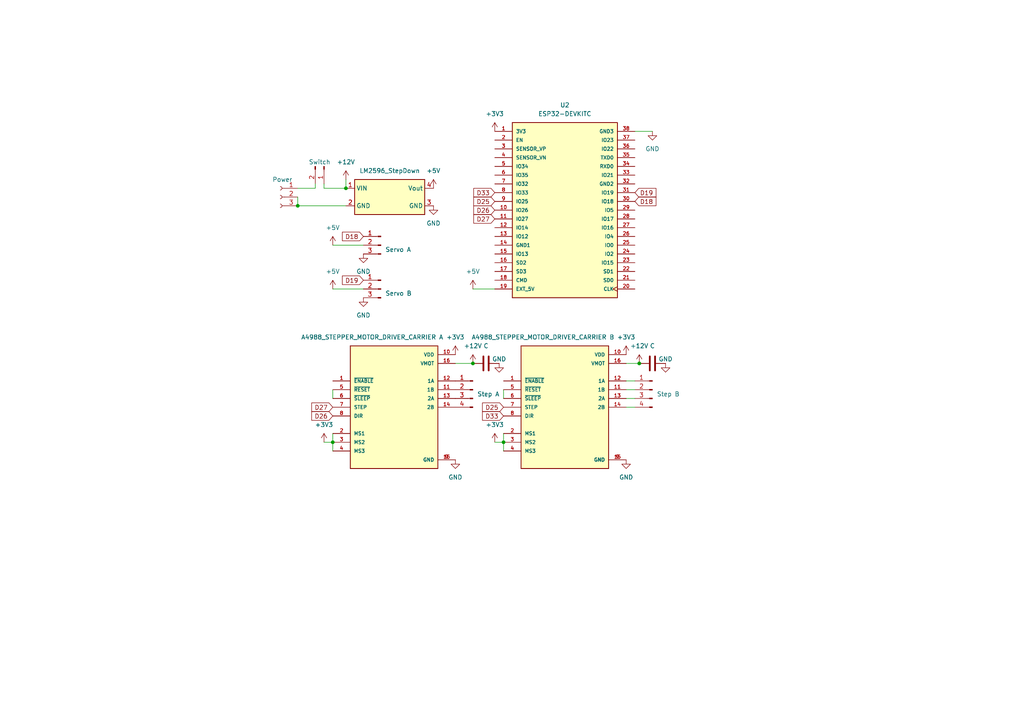
<source format=kicad_sch>
(kicad_sch (version 20211123) (generator eeschema)
  (paper "A4")
  (lib_symbols
    (symbol "Connector:Conn_01x02_Male" (pin_names (offset 1.016) hide)
      (property "Reference" "J" (at 0 2.54 0))
      (property "Value" "Conn_01x02_Male" (at 0 -5.08 0))
      (symbol "Conn_01x02_Male_1_1"
        (polyline (pts (xy 1.27 -2.54) (xy 0.8636 -2.54)) (stroke (width 0.1524)))
        (polyline (pts (xy 1.27 0) (xy 0.8636 0)) (stroke (width 0.1524)))
        (rectangle (start 0.8636 -2.413) (end 0 -2.667) (stroke (width 0.1524)) (fill (type outline)))
        (rectangle (start 0.8636 0.127) (end 0 -0.127) (stroke (width 0.1524)) (fill (type outline)))
        (pin passive line (at 5.08 0 180) (length 3.81) (name "Pin_1") (number "1"))
        (pin passive line (at 5.08 -2.54 180) (length 3.81) (name "Pin_2") (number "2"))
      )
    )
    (symbol "Connector:Conn_01x03_Female" (pin_names (offset 1.016) hide)
      (property "Reference" "J" (at 0 5.08 0))
      (property "Value" "Conn_01x03_Female" (at 0 -5.08 0))
      (symbol "Conn_01x03_Female_1_1"
        (arc (start 0 -2.032) (mid -0.508 -2.54) (end 0 -3.048) (stroke (width 0.1524)))
        (polyline (pts (xy -1.27 -2.54) (xy -0.508 -2.54)) (stroke (width 0.1524)))
        (polyline (pts (xy -1.27 0) (xy -0.508 0)) (stroke (width 0.1524)))
        (polyline (pts (xy -1.27 2.54) (xy -0.508 2.54)) (stroke (width 0.1524)))
        (arc (start 0 0.508) (mid -0.508 0) (end 0 -0.508) (stroke (width 0.1524)))
        (arc (start 0 3.048) (mid -0.508 2.54) (end 0 2.032) (stroke (width 0.1524)))
        (pin passive line (at -5.08 2.54 0) (length 3.81) (name "Pin_1") (number "1"))
        (pin passive line (at -5.08 0 0) (length 3.81) (name "Pin_2") (number "2"))
        (pin passive line (at -5.08 -2.54 0) (length 3.81) (name "Pin_3") (number "3"))
      )
    )
    (symbol "Connector:Conn_01x03_Male" (pin_names (offset 1.016) hide)
      (property "Reference" "J" (at 0 5.08 0))
      (property "Value" "Conn_01x03_Male" (at 0 -5.08 0))
      (symbol "Conn_01x03_Male_1_1"
        (polyline (pts (xy 1.27 -2.54) (xy 0.8636 -2.54)) (stroke (width 0.1524)))
        (polyline (pts (xy 1.27 0) (xy 0.8636 0)) (stroke (width 0.1524)))
        (polyline (pts (xy 1.27 2.54) (xy 0.8636 2.54)) (stroke (width 0.1524)))
        (rectangle (start 0.8636 -2.413) (end 0 -2.667) (stroke (width 0.1524)) (fill (type outline)))
        (rectangle (start 0.8636 0.127) (end 0 -0.127) (stroke (width 0.1524)) (fill (type outline)))
        (rectangle (start 0.8636 2.667) (end 0 2.413) (stroke (width 0.1524)) (fill (type outline)))
        (pin passive line (at 5.08 2.54 180) (length 3.81) (name "Pin_1") (number "1"))
        (pin passive line (at 5.08 0 180) (length 3.81) (name "Pin_2") (number "2"))
        (pin passive line (at 5.08 -2.54 180) (length 3.81) (name "Pin_3") (number "3"))
      )
    )
    (symbol "Connector:Conn_01x04_Male" (pin_names (offset 1.016) hide)
      (property "Reference" "J" (at 0 5.08 0))
      (property "Value" "Conn_01x04_Male" (at 0 -7.62 0))
      (symbol "Conn_01x04_Male_1_1"
        (polyline (pts (xy 1.27 -5.08) (xy 0.8636 -5.08)) (stroke (width 0.1524)))
        (polyline (pts (xy 1.27 -2.54) (xy 0.8636 -2.54)) (stroke (width 0.1524)))
        (polyline (pts (xy 1.27 0) (xy 0.8636 0)) (stroke (width 0.1524)))
        (polyline (pts (xy 1.27 2.54) (xy 0.8636 2.54)) (stroke (width 0.1524)))
        (rectangle (start 0.8636 -4.953) (end 0 -5.207) (stroke (width 0.1524)) (fill (type outline)))
        (rectangle (start 0.8636 -2.413) (end 0 -2.667) (stroke (width 0.1524)) (fill (type outline)))
        (rectangle (start 0.8636 0.127) (end 0 -0.127) (stroke (width 0.1524)) (fill (type outline)))
        (rectangle (start 0.8636 2.667) (end 0 2.413) (stroke (width 0.1524)) (fill (type outline)))
        (pin passive line (at 5.08 2.54 180) (length 3.81) (name "Pin_1") (number "1"))
        (pin passive line (at 5.08 0 180) (length 3.81) (name "Pin_2") (number "2"))
        (pin passive line (at 5.08 -2.54 180) (length 3.81) (name "Pin_3") (number "3"))
        (pin passive line (at 5.08 -5.08 180) (length 3.81) (name "Pin_4") (number "4"))
      )
    )
    (symbol "Device:C" (pin_numbers hide) (pin_names (offset 0.254))
      (property "Reference" "C" (at 0.635 2.54 0))
      (property "Value" "C" (at 0.635 -2.54 0))
      (symbol "C_0_1"
        (polyline (pts (xy -2.032 -0.762) (xy 2.032 -0.762)) (stroke (width 0.508)))
        (polyline (pts (xy -2.032 0.762) (xy 2.032 0.762)) (stroke (width 0.508)))
      )
      (symbol "C_1_1"
        (pin passive line (at 0 3.81 270) (length 2.794) (name "~") (number "1"))
        (pin passive line (at 0 -3.81 90) (length 2.794) (name "~") (number "2"))
      )
    )
    (symbol "Driver_Stepper:A4988_STEPPER_MOTOR_DRIVER_CARRIER" (pin_names (offset 1.016))
      (property "Reference" "U" (at -12.7 19.05 0))
      (property "Value" "A4988_STEPPER_MOTOR_DRIVER_CARRIER" (at -12.7 -21.59 0))
      (symbol "A4988_STEPPER_MOTOR_DRIVER_CARRIER_0_0"
        (rectangle (start -12.7 -17.78) (end 12.7 17.78) (stroke (width 0.254)) (fill (type background)))
        (pin input line (at -17.78 7.62 0) (length 5.08) (name "~{ENABLE}") (number "1"))
        (pin power_in line (at 17.78 15.24 180) (length 5.08) (name "VDD") (number "10"))
        (pin output line (at 17.78 5.08 180) (length 5.08) (name "1B") (number "11"))
        (pin output line (at 17.78 7.62 180) (length 5.08) (name "1A") (number "12"))
        (pin output line (at 17.78 2.54 180) (length 5.08) (name "2A") (number "13"))
        (pin output line (at 17.78 0 180) (length 5.08) (name "2B") (number "14"))
        (pin power_in line (at 17.78 -15.24 180) (length 5.08) (name "GND") (number "15"))
        (pin power_in line (at 17.78 12.7 180) (length 5.08) (name "VMOT") (number "16"))
        (pin input line (at -17.78 -7.62 0) (length 5.08) (name "MS1") (number "2"))
        (pin input line (at -17.78 -10.16 0) (length 5.08) (name "MS2") (number "3"))
        (pin input line (at -17.78 -12.7 0) (length 5.08) (name "MS3") (number "4"))
        (pin input line (at -17.78 5.08 0) (length 5.08) (name "~{RESET}") (number "5"))
        (pin input line (at -17.78 2.54 0) (length 5.08) (name "~{SLEEP}") (number "6"))
        (pin input line (at -17.78 0 0) (length 5.08) (name "STEP") (number "7"))
        (pin input line (at -17.78 -2.54 0) (length 5.08) (name "DIR") (number "8"))
        (pin power_in line (at 17.78 -15.24 180) (length 5.08) (name "GND") (number "9"))
      )
    )
    (symbol "ESP32-DEVKIT-38PIN:ESP32-DEVKITC" (pin_names (offset 1.016))
      (property "Reference" "U" (at -15.2572 26.0643 0))
      (property "Value" "ESP32-DEVKITC" (at -15.2563 -27.9698 0))
      (symbol "ESP32-DEVKITC_0_0"
        (rectangle (start -15.24 -25.4) (end 15.24 25.4) (stroke (width 0.254)) (fill (type background)))
        (pin power_in line (at -20.32 22.86 0) (length 5.08) (name "3V3") (number "1"))
        (pin bidirectional line (at -20.32 0 0) (length 5.08) (name "IO26") (number "10"))
        (pin bidirectional line (at -20.32 -2.54 0) (length 5.08) (name "IO27") (number "11"))
        (pin bidirectional line (at -20.32 -5.08 0) (length 5.08) (name "IO14") (number "12"))
        (pin bidirectional line (at -20.32 -7.62 0) (length 5.08) (name "IO12") (number "13"))
        (pin power_in line (at -20.32 -10.16 0) (length 5.08) (name "GND1") (number "14"))
        (pin bidirectional line (at -20.32 -12.7 0) (length 5.08) (name "IO13") (number "15"))
        (pin bidirectional line (at -20.32 -15.24 0) (length 5.08) (name "SD2") (number "16"))
        (pin bidirectional line (at -20.32 -17.78 0) (length 5.08) (name "SD3") (number "17"))
        (pin bidirectional line (at -20.32 -20.32 0) (length 5.08) (name "CMD") (number "18"))
        (pin power_in line (at -20.32 -22.86 0) (length 5.08) (name "EXT_5V") (number "19"))
        (pin input line (at -20.32 20.32 0) (length 5.08) (name "EN") (number "2"))
        (pin input clock (at 20.32 -22.86 180) (length 5.08) (name "CLK") (number "20"))
        (pin bidirectional line (at 20.32 -20.32 180) (length 5.08) (name "SD0") (number "21"))
        (pin bidirectional line (at 20.32 -17.78 180) (length 5.08) (name "SD1") (number "22"))
        (pin bidirectional line (at 20.32 -15.24 180) (length 5.08) (name "IO15") (number "23"))
        (pin bidirectional line (at 20.32 -12.7 180) (length 5.08) (name "IO2") (number "24"))
        (pin bidirectional line (at 20.32 -10.16 180) (length 5.08) (name "IO0") (number "25"))
        (pin bidirectional line (at 20.32 -7.62 180) (length 5.08) (name "IO4") (number "26"))
        (pin bidirectional line (at 20.32 -5.08 180) (length 5.08) (name "IO16") (number "27"))
        (pin bidirectional line (at 20.32 -2.54 180) (length 5.08) (name "IO17") (number "28"))
        (pin bidirectional line (at 20.32 0 180) (length 5.08) (name "IO5") (number "29"))
        (pin input line (at -20.32 17.78 0) (length 5.08) (name "SENSOR_VP") (number "3"))
        (pin bidirectional line (at 20.32 2.54 180) (length 5.08) (name "IO18") (number "30"))
        (pin bidirectional line (at 20.32 5.08 180) (length 5.08) (name "IO19") (number "31"))
        (pin power_in line (at 20.32 7.62 180) (length 5.08) (name "GND2") (number "32"))
        (pin bidirectional line (at 20.32 10.16 180) (length 5.08) (name "IO21") (number "33"))
        (pin input line (at 20.32 12.7 180) (length 5.08) (name "RXD0") (number "34"))
        (pin output line (at 20.32 15.24 180) (length 5.08) (name "TXD0") (number "35"))
        (pin bidirectional line (at 20.32 17.78 180) (length 5.08) (name "IO22") (number "36"))
        (pin bidirectional line (at 20.32 20.32 180) (length 5.08) (name "IO23") (number "37"))
        (pin power_in line (at 20.32 22.86 180) (length 5.08) (name "GND3") (number "38"))
        (pin input line (at -20.32 15.24 0) (length 5.08) (name "SENSOR_VN") (number "4"))
        (pin bidirectional line (at -20.32 12.7 0) (length 5.08) (name "IO34") (number "5"))
        (pin bidirectional line (at -20.32 10.16 0) (length 5.08) (name "IO35") (number "6"))
        (pin bidirectional line (at -20.32 7.62 0) (length 5.08) (name "IO32") (number "7"))
        (pin bidirectional line (at -20.32 5.08 0) (length 5.08) (name "IO33") (number "8"))
        (pin bidirectional line (at -20.32 2.54 0) (length 5.08) (name "IO25") (number "9"))
      )
    )
    (symbol "LM2596:LM2596_StepDown"
      (property "Reference" "U" (at 0 0 0))
      (property "Value" "LM2596_StepDown" (at 0 6.35 0))
      (symbol "LM2596_StepDown_0_1"
        (rectangle (start -10.16 5.08) (end 10.16 -5.08) (stroke (width 0.254)) (fill (type background)))
      )
      (symbol "LM2596_StepDown_1_1"
        (pin power_in line (at -12.7 2.54 0) (length 2.54) (name "VIN") (number "1"))
        (pin input line (at -12.7 -2.54 0) (length 2.54) (name "GND") (number "2"))
        (pin output line (at 12.7 -2.54 180) (length 2.54) (name "GND") (number "3"))
        (pin input line (at 12.7 2.54 180) (length 2.54) (name "Vout") (number "4"))
      )
    )
    (symbol "power:+12V" (power) (pin_names (offset 0))
      (property "Value" "+12V" (at 0 3.556 0))
      (symbol "+12V_0_1"
        (polyline (pts (xy -0.762 1.27) (xy 0 2.54)))
        (polyline (pts (xy 0 0) (xy 0 2.54)))
        (polyline (pts (xy 0 2.54) (xy 0.762 1.27)))
      )
      (symbol "+12V_1_1"
        (pin power_in line (at 0 0 90) (length 0) hide (name "+12V") (number "1"))
      )
    )
    (symbol "power:+3.3V" (power) (pin_names (offset 0))
      (property "Value" "+3.3V" (at 0 3.556 0))
      (symbol "+3.3V_0_1"
        (polyline (pts (xy -0.762 1.27) (xy 0 2.54)))
        (polyline (pts (xy 0 0) (xy 0 2.54)))
        (polyline (pts (xy 0 2.54) (xy 0.762 1.27)))
      )
      (symbol "+3.3V_1_1"
        (pin power_in line (at 0 0 90) (length 0) hide (name "+3V3") (number "1"))
      )
    )
    (symbol "power:+5V" (power) (pin_names (offset 0))
      (property "Value" "+5V" (at 0 3.556 0))
      (symbol "+5V_0_1"
        (polyline (pts (xy -0.762 1.27) (xy 0 2.54)))
        (polyline (pts (xy 0 0) (xy 0 2.54)))
        (polyline (pts (xy 0 2.54) (xy 0.762 1.27)))
      )
      (symbol "+5V_1_1"
        (pin power_in line (at 0 0 90) (length 0) hide (name "+5V") (number "1"))
      )
    )
    (symbol "power:GND" (power) (pin_names (offset 0))
      (property "Value" "GND" (at 0 -3.81 0))
      (symbol "GND_0_1"
        (polyline (pts (xy 0 0) (xy 0 -1.27) (xy 1.27 -1.27) (xy 0 -2.54) (xy -1.27 -1.27) (xy 0 -1.27)))
      )
      (symbol "GND_1_1"
        (pin power_in line (at 0 0 270) (length 0) hide (name "GND") (number "1"))
      )
    )
  )
  (junction (at 100.33 54.61))
  (junction (at 96.52 128.27))
  (junction (at 137.16 105.41))
  (junction (at 146.05 128.27))
  (junction (at 86.36 59.69))
  (junction (at 185.42 105.41))
  (wire (pts (xy 100.33 52.07) (xy 100.33 54.61)))
  (wire (pts (xy 93.98 128.27) (xy 96.52 128.27)))
  (wire (pts (xy 137.16 105.41) (xy 132.08 105.41)))
  (wire (pts (xy 143.51 128.27) (xy 146.05 128.27)))
  (wire (pts (xy 137.16 83.82) (xy 143.51 83.82)))
  (wire (pts (xy 100.33 54.61) (xy 93.98 54.61)))
  (wire (pts (xy 96.52 130.81) (xy 96.52 128.27)))
  (wire (pts (xy 96.52 113.03) (xy 96.52 115.57)))
  (wire (pts (xy 146.05 130.81) (xy 146.05 128.27)))
  (wire (pts (xy 96.52 71.12) (xy 105.41 71.12)))
  (wire (pts (xy 96.52 83.82) (xy 105.41 83.82)))
  (wire (pts (xy 96.52 125.73) (xy 96.52 128.27)))
  (wire (pts (xy 185.42 105.41) (xy 181.61 105.41)))
  (wire (pts (xy 184.15 115.57) (xy 181.61 115.57)))
  (wire (pts (xy 146.05 113.03) (xy 146.05 115.57)))
  (wire (pts (xy 184.15 113.03) (xy 181.61 113.03)))
  (wire (pts (xy 93.98 54.61) (xy 93.98 53.34)))
  (wire (pts (xy 86.36 54.61) (xy 91.44 54.61)))
  (wire (pts (xy 184.15 110.49) (xy 181.61 110.49)))
  (wire (pts (xy 189.23 38.1) (xy 184.15 38.1)))
  (wire (pts (xy 184.15 118.11) (xy 181.61 118.11)))
  (wire (pts (xy 100.33 59.69) (xy 86.36 59.69)))
  (wire (pts (xy 146.05 125.73) (xy 146.05 128.27)))
  (wire (pts (xy 91.44 54.61) (xy 91.44 53.34)))
  (wire (pts (xy 86.36 57.15) (xy 86.36 59.69)))
  (global_label "D33" (shape input) (at 146.05 120.65 180) (property "Intersheet References" "${INTERSHEET_REFS}" (effects hide)))
  (global_label "D26" (shape input) (at 96.52 120.65 180) (property "Intersheet References" "${INTERSHEET_REFS}" (effects hide)))
  (global_label "D25" (shape input) (at 146.05 118.11 180) (property "Intersheet References" "${INTERSHEET_REFS}" (effects hide)))
  (global_label "D18" (shape input) (at 105.41 68.58 180) (property "Intersheet References" "${INTERSHEET_REFS}" (effects hide)))
  (global_label "D27" (shape input) (at 143.51 63.5 180) (property "Intersheet References" "${INTERSHEET_REFS}" (effects hide)))
  (global_label "D18" (shape input) (at 184.15 58.42 0) (property "Intersheet References" "${INTERSHEET_REFS}" (effects hide)))
  (global_label "D27" (shape input) (at 96.52 118.11 180) (property "Intersheet References" "${INTERSHEET_REFS}" (effects hide)))
  (global_label "D33" (shape input) (at 143.51 55.88 180) (property "Intersheet References" "${INTERSHEET_REFS}" (effects hide)))
  (global_label "D19" (shape input) (at 105.41 81.28 180) (property "Intersheet References" "${INTERSHEET_REFS}" (effects hide)))
  (global_label "D19" (shape input) (at 184.15 55.88 0) (property "Intersheet References" "${INTERSHEET_REFS}" (effects hide)))
  (global_label "D25" (shape input) (at 143.51 58.42 180) (property "Intersheet References" "${INTERSHEET_REFS}" (effects hide)))
  (global_label "D26" (shape input) (at 143.51 60.96 180) (property "Intersheet References" "${INTERSHEET_REFS}" (effects hide)))
  (symbol (lib_id "power:+12V") (at 185.42 105.41 0) (unit 1)
    (property "Reference" "#PWR0116" (effects hide))
    (property "Value" "+12V" (at 185.42 100.33 0))
  )
  (symbol (lib_id "power:GND") (at 144.78 105.41 0) (unit 1)
    (property "Reference" "#PWR0119" (effects hide))
    (property "Value" "GND" (at 144.78 104.14 0))
  )
  (symbol (lib_id "power:+5V") (at 96.52 83.82 0) (unit 1)
    (property "Reference" "#PWR0101" (effects hide))
    (property "Value" "+5V" (at 96.52 78.74 0))
  )
  (symbol (lib_id "Connector:Conn_01x03_Female") (at 81.28 57.15 0) (mirror y) (unit 1)
    (property "Reference" "J1" (effects hide))
    (property "Value" "Power" (at 81.915 52.07 0))
    (property "Footprint" "Connector_BarrelJack:BarrelJack_Horizontal" (effects hide))
  )
  (symbol (lib_id "power:GND") (at 189.23 38.1 0) (unit 1)
    (property "Reference" "#PWR0110" (effects hide))
    (property "Value" "GND" (at 189.23 43.18 0))
  )
  (symbol (lib_id "power:+3.3V") (at 143.51 128.27 0) (unit 1)
    (property "Reference" "#PWR0120" (effects hide))
    (property "Value" "+3.3V" (at 143.51 123.19 0))
  )
  (symbol (lib_id "power:GND") (at 193.04 105.41 0) (unit 1)
    (property "Reference" "#PWR0117" (effects hide))
    (property "Value" "GND" (at 193.04 104.14 0))
  )
  (symbol (lib_id "ESP32-DEVKIT-38PIN:ESP32-DEVKITC") (at 163.83 60.96 0) (unit 1)
    (property "Reference" "U2" (at 163.83 30.48 0))
    (property "Value" "ESP32-DEVKITC" (at 163.83 33.02 0))
    (property "Footprint" "ESP32-DEVKIT-38PIN:MODULE_ESP32-DEVKITC" (effects hide))
    (property "PARTREV" "N/A" (effects hide))
    (property "STANDARD" "Manufacturer Recommendations" (effects hide))
    (property "MANUFACTURER" "ESPRESSIF" (effects hide))
  )
  (symbol (lib_id "power:+5V") (at 125.73 54.61 0) (unit 1)
    (property "Reference" "#PWR0108" (effects hide))
    (property "Value" "+5V" (at 125.73 49.53 0))
  )
  (symbol (lib_id "power:+3.3V") (at 132.08 102.87 0) (unit 1)
    (property "Reference" "#PWR0114" (effects hide))
    (property "Value" "+3.3V" (at 132.08 97.79 0))
  )
  (symbol (lib_id "Driver_Stepper:A4988_STEPPER_MOTOR_DRIVER_CARRIER") (at 114.3 118.11 0) (unit 1)
    (property "Reference" "U3" (effects hide))
    (property "Value" "A4988_STEPPER_MOTOR_DRIVER_CARRIER A" (at 107.95 97.79 0))
    (property "Footprint" "Driver_Stepper:MODULE_A4988_STEPPER_MOTOR_DRIVER_CARRIER" (effects hide))
    (property "MF" "Pololu" (effects hide))
    (property "DESCRIPTION" "Stepper motor controler; IC: A4988; 1A; Uin mot: 8÷35V" (effects hide))
    (property "PACKAGE" "None" (effects hide))
    (property "PRICE" "None" (effects hide))
    (property "MP" "A4988 STEPPER MOTOR DRIVER CARRIER" (effects hide))
    (property "AVAILABILITY" "Unavailable" (effects hide))
  )
  (symbol (lib_id "power:GND") (at 181.61 133.35 0) (unit 1)
    (property "Reference" "#PWR0115" (effects hide))
    (property "Value" "GND" (at 181.61 138.43 0))
  )
  (symbol (lib_id "power:GND") (at 132.08 133.35 0) (unit 1)
    (property "Reference" "#PWR0105" (effects hide))
    (property "Value" "GND" (at 132.08 138.43 0))
  )
  (symbol (lib_id "power:+5V") (at 137.16 83.82 0) (unit 1)
    (property "Reference" "#PWR0111" (effects hide))
    (property "Value" "+5V" (at 137.16 78.74 0))
  )
  (symbol (lib_id "LM2596:LM2596_StepDown") (at 113.03 57.15 0) (unit 1)
    (property "Reference" "U1" (effects hide))
    (property "Value" "LM2596_StepDown" (at 113.03 49.53 0))
    (property "Footprint" "LM2596:StepDown_LM2596" (effects hide))
  )
  (symbol (lib_id "power:+5V") (at 96.52 71.12 0) (unit 1)
    (property "Reference" "#PWR0104" (effects hide))
    (property "Value" "+5V" (at 96.52 66.04 0))
  )
  (symbol (lib_id "power:+12V") (at 100.33 52.07 0) (unit 1)
    (property "Reference" "#PWR0107" (effects hide))
    (property "Value" "+12V" (at 100.33 46.99 0))
  )
  (symbol (lib_id "power:GND") (at 125.73 59.69 0) (unit 1)
    (property "Reference" "#PWR0109" (effects hide))
    (property "Value" "GND" (at 125.73 64.77 0))
  )
  (symbol (lib_id "Connector:Conn_01x04_Male") (at 189.23 113.03 0) (mirror y) (unit 1)
    (property "Reference" "J6" (effects hide))
    (property "Value" "Step B" (at 190.5 114.2999 0) (effects (justify right)))
    (property "Footprint" "Connector_JST:JST_EH_B4B-EH-A_1x04_P2.50mm_Vertical" (effects hide))
  )
  (symbol (lib_id "Connector:Conn_01x02_Male") (at 93.98 48.26 270) (unit 1)
    (property "Reference" "J2" (effects hide))
    (property "Value" "Switch" (at 92.71 46.99 90))
    (property "Footprint" "Connector_TerminalBloks:TE_282837-2" (effects hide))
  )
  (symbol (lib_id "power:GND") (at 105.41 86.36 0) (unit 1)
    (property "Reference" "#PWR0102" (effects hide))
    (property "Value" "GND" (at 105.41 91.44 0))
  )
  (symbol (lib_id "power:+3.3V") (at 181.61 102.87 0) (unit 1)
    (property "Reference" "#PWR0118" (effects hide))
    (property "Value" "+3.3V" (at 181.61 97.79 0))
  )
  (symbol (lib_id "Device:C") (at 189.23 105.41 90) (unit 1)
    (property "Reference" "C2" (effects hide))
    (property "Value" "C" (at 189.23 100.33 90))
    (property "Footprint" "Capacitor_THT:CP_Radial_D5.0mm_P2.50mm" (effects hide))
  )
  (symbol (lib_id "power:+12V") (at 137.16 105.41 0) (unit 1)
    (property "Reference" "#PWR0113" (effects hide))
    (property "Value" "+12V" (at 137.16 100.33 0))
  )
  (symbol (lib_id "Device:C") (at 140.97 105.41 90) (unit 1)
    (property "Reference" "C1" (effects hide))
    (property "Value" "C" (at 140.97 100.33 90))
    (property "Footprint" "Capacitor_THT:CP_Radial_D5.0mm_P2.50mm" (effects hide))
  )
  (symbol (lib_id "power:+3.3V") (at 143.51 38.1 0) (unit 1)
    (property "Reference" "#PWR0112" (effects hide))
    (property "Value" "+3.3V" (at 143.51 33.02 0))
  )
  (symbol (lib_id "Driver_Stepper:A4988_STEPPER_MOTOR_DRIVER_CARRIER") (at 163.83 118.11 0) (unit 1)
    (property "Reference" "U4" (effects hide))
    (property "Value" "A4988_STEPPER_MOTOR_DRIVER_CARRIER B" (at 157.48 97.79 0))
    (property "Footprint" "Driver_Stepper:MODULE_A4988_STEPPER_MOTOR_DRIVER_CARRIER" (effects hide))
    (property "MF" "Pololu" (effects hide))
    (property "DESCRIPTION" "Stepper motor controler; IC: A4988; 1A; Uin mot: 8÷35V" (effects hide))
    (property "PACKAGE" "None" (effects hide))
    (property "PRICE" "None" (effects hide))
    (property "MP" "A4988 STEPPER MOTOR DRIVER CARRIER" (effects hide))
    (property "AVAILABILITY" "Unavailable" (effects hide))
  )
  (symbol (lib_id "Connector:Conn_01x04_Male") (at 137.16 113.03 0) (mirror y) (unit 1)
    (property "Reference" "J5" (effects hide))
    (property "Value" "Step A" (at 138.43 114.2999 0) (effects (justify right)))
    (property "Footprint" "Connector_JST:JST_EH_B4B-EH-A_1x04_P2.50mm_Vertical" (effects hide))
  )
  (symbol (lib_id "power:+3.3V") (at 93.98 128.27 0) (unit 1)
    (property "Reference" "#PWR0106" (effects hide))
    (property "Value" "+3.3V" (at 93.98 123.19 0))
  )
  (symbol (lib_id "Connector:Conn_01x03_Male") (at 110.49 71.12 0) (mirror y) (unit 1)
    (property "Reference" "J3" (effects hide))
    (property "Value" "Servo A" (at 111.76 72.3899 0) (effects (justify right)))
    (property "Footprint" "Connector_PinHeader_2.54mm:PinHeader_1x03_P2.54mm_Vertical" (effects hide))
  )
  (symbol (lib_id "power:GND") (at 105.41 73.66 0) (unit 1)
    (property "Reference" "#PWR0103" (effects hide))
    (property "Value" "GND" (at 105.41 78.74 0))
  )
  (symbol (lib_id "Connector:Conn_01x03_Male") (at 110.49 83.82 0) (mirror y) (unit 1)
    (property "Reference" "J4" (effects hide))
    (property "Value" "Servo B" (at 111.76 85.09 0) (effects (justify right)))
    (property "Footprint" "Connector_PinHeader_2.54mm:PinHeader_1x03_P2.54mm_Vertical" (effects hide))
  )
)
</source>
